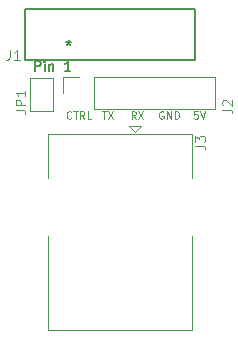
<source format=gbr>
G04 #@! TF.GenerationSoftware,KiCad,Pcbnew,(5.99.0-9812-gfee3c41c40)*
G04 #@! TF.CreationDate,2021-03-20T22:33:38-07:00*
G04 #@! TF.ProjectId,homebreakout,686f6d65-6272-4656-916b-6f75742e6b69,rev?*
G04 #@! TF.SameCoordinates,Original*
G04 #@! TF.FileFunction,Legend,Top*
G04 #@! TF.FilePolarity,Positive*
%FSLAX46Y46*%
G04 Gerber Fmt 4.6, Leading zero omitted, Abs format (unit mm)*
G04 Created by KiCad (PCBNEW (5.99.0-9812-gfee3c41c40)) date 2021-03-20 22:33:38*
%MOMM*%
%LPD*%
G01*
G04 APERTURE LIST*
%ADD10C,0.088900*%
%ADD11C,0.152400*%
%ADD12C,0.101600*%
%ADD13C,0.150000*%
%ADD14C,0.120000*%
G04 APERTURE END LIST*
D10*
X165967500Y-103792261D02*
X165755834Y-103489880D01*
X165604643Y-103792261D02*
X165604643Y-103157261D01*
X165846548Y-103157261D01*
X165907024Y-103187500D01*
X165937262Y-103217738D01*
X165967500Y-103278214D01*
X165967500Y-103368928D01*
X165937262Y-103429404D01*
X165907024Y-103459642D01*
X165846548Y-103489880D01*
X165604643Y-103489880D01*
X166179167Y-103157261D02*
X166602500Y-103792261D01*
X166602500Y-103157261D02*
X166179167Y-103792261D01*
D11*
X157431619Y-99732495D02*
X157431619Y-98919695D01*
X157741257Y-98919695D01*
X157818666Y-98958400D01*
X157857371Y-98997104D01*
X157896076Y-99074514D01*
X157896076Y-99190628D01*
X157857371Y-99268038D01*
X157818666Y-99306742D01*
X157741257Y-99345447D01*
X157431619Y-99345447D01*
X158244419Y-99732495D02*
X158244419Y-99190628D01*
X158244419Y-98919695D02*
X158205714Y-98958400D01*
X158244419Y-98997104D01*
X158283123Y-98958400D01*
X158244419Y-98919695D01*
X158244419Y-98997104D01*
X158631466Y-99190628D02*
X158631466Y-99732495D01*
X158631466Y-99268038D02*
X158670171Y-99229333D01*
X158747580Y-99190628D01*
X158863695Y-99190628D01*
X158941104Y-99229333D01*
X158979809Y-99306742D01*
X158979809Y-99732495D01*
X160411885Y-99732495D02*
X159947428Y-99732495D01*
X160179657Y-99732495D02*
X160179657Y-98919695D01*
X160102247Y-99035809D01*
X160024838Y-99113219D01*
X159947428Y-99151923D01*
D10*
X163125119Y-103157261D02*
X163487976Y-103157261D01*
X163306548Y-103792261D02*
X163306548Y-103157261D01*
X163639167Y-103157261D02*
X164062500Y-103792261D01*
X164062500Y-103157261D02*
X163639167Y-103792261D01*
X168289786Y-103187500D02*
X168229310Y-103157261D01*
X168138595Y-103157261D01*
X168047881Y-103187500D01*
X167987405Y-103247976D01*
X167957167Y-103308452D01*
X167926929Y-103429404D01*
X167926929Y-103520119D01*
X167957167Y-103641071D01*
X167987405Y-103701547D01*
X168047881Y-103762023D01*
X168138595Y-103792261D01*
X168199072Y-103792261D01*
X168289786Y-103762023D01*
X168320024Y-103731785D01*
X168320024Y-103520119D01*
X168199072Y-103520119D01*
X168592167Y-103792261D02*
X168592167Y-103157261D01*
X168955024Y-103792261D01*
X168955024Y-103157261D01*
X169257405Y-103792261D02*
X169257405Y-103157261D01*
X169408595Y-103157261D01*
X169499310Y-103187500D01*
X169559786Y-103247976D01*
X169590024Y-103308452D01*
X169620262Y-103429404D01*
X169620262Y-103520119D01*
X169590024Y-103641071D01*
X169559786Y-103701547D01*
X169499310Y-103762023D01*
X169408595Y-103792261D01*
X169257405Y-103792261D01*
X160494405Y-103731785D02*
X160464167Y-103762023D01*
X160373453Y-103792261D01*
X160312976Y-103792261D01*
X160222262Y-103762023D01*
X160161786Y-103701547D01*
X160131548Y-103641071D01*
X160101310Y-103520119D01*
X160101310Y-103429404D01*
X160131548Y-103308452D01*
X160161786Y-103247976D01*
X160222262Y-103187500D01*
X160312976Y-103157261D01*
X160373453Y-103157261D01*
X160464167Y-103187500D01*
X160494405Y-103217738D01*
X160675834Y-103157261D02*
X161038691Y-103157261D01*
X160857262Y-103792261D02*
X160857262Y-103157261D01*
X161613215Y-103792261D02*
X161401548Y-103489880D01*
X161250357Y-103792261D02*
X161250357Y-103157261D01*
X161492262Y-103157261D01*
X161552738Y-103187500D01*
X161582976Y-103217738D01*
X161613215Y-103278214D01*
X161613215Y-103368928D01*
X161582976Y-103429404D01*
X161552738Y-103459642D01*
X161492262Y-103489880D01*
X161250357Y-103489880D01*
X162187738Y-103792261D02*
X161885357Y-103792261D01*
X161885357Y-103157261D01*
X171204738Y-103157261D02*
X170902357Y-103157261D01*
X170872119Y-103459642D01*
X170902357Y-103429404D01*
X170962834Y-103399166D01*
X171114024Y-103399166D01*
X171174500Y-103429404D01*
X171204738Y-103459642D01*
X171234976Y-103520119D01*
X171234976Y-103671309D01*
X171204738Y-103731785D01*
X171174500Y-103762023D01*
X171114024Y-103792261D01*
X170962834Y-103792261D01*
X170902357Y-103762023D01*
X170872119Y-103731785D01*
X171416405Y-103157261D02*
X171628072Y-103792261D01*
X171839738Y-103157261D01*
D12*
X173290895Y-103013933D02*
X173871466Y-103013933D01*
X173987580Y-103052638D01*
X174064990Y-103130047D01*
X174103695Y-103246161D01*
X174103695Y-103323571D01*
X173368304Y-102665590D02*
X173329600Y-102626885D01*
X173290895Y-102549476D01*
X173290895Y-102355952D01*
X173329600Y-102278542D01*
X173368304Y-102239838D01*
X173445714Y-102201133D01*
X173523123Y-102201133D01*
X173639238Y-102239838D01*
X174103695Y-102704295D01*
X174103695Y-102201133D01*
X155776895Y-103039333D02*
X156357466Y-103039333D01*
X156473580Y-103078038D01*
X156550990Y-103155447D01*
X156589695Y-103271561D01*
X156589695Y-103348971D01*
X156589695Y-102652285D02*
X155776895Y-102652285D01*
X155776895Y-102342647D01*
X155815600Y-102265238D01*
X155854304Y-102226533D01*
X155931714Y-102187828D01*
X156047828Y-102187828D01*
X156125238Y-102226533D01*
X156163942Y-102265238D01*
X156202647Y-102342647D01*
X156202647Y-102652285D01*
X156589695Y-101413733D02*
X156589695Y-101878190D01*
X156589695Y-101645961D02*
X155776895Y-101645961D01*
X155893009Y-101723371D01*
X155970419Y-101800780D01*
X156009123Y-101878190D01*
X155304066Y-97979895D02*
X155304066Y-98560466D01*
X155265361Y-98676580D01*
X155187952Y-98753990D01*
X155071838Y-98792695D01*
X154994428Y-98792695D01*
X156116866Y-98792695D02*
X155652409Y-98792695D01*
X155884638Y-98792695D02*
X155884638Y-97979895D01*
X155807228Y-98096009D01*
X155729819Y-98173419D01*
X155652409Y-98212123D01*
D13*
X160274000Y-97115380D02*
X160274000Y-97353476D01*
X160035904Y-97258238D02*
X160274000Y-97353476D01*
X160512095Y-97258238D01*
X160131142Y-97543952D02*
X160274000Y-97353476D01*
X160416857Y-97543952D01*
D12*
X171004895Y-106061933D02*
X171585466Y-106061933D01*
X171701580Y-106100638D01*
X171778990Y-106178047D01*
X171817695Y-106294161D01*
X171817695Y-106371571D01*
X171004895Y-105752295D02*
X171004895Y-105249133D01*
X171314533Y-105520066D01*
X171314533Y-105403952D01*
X171353238Y-105326542D01*
X171391942Y-105287838D01*
X171469352Y-105249133D01*
X171662876Y-105249133D01*
X171740285Y-105287838D01*
X171778990Y-105326542D01*
X171817695Y-105403952D01*
X171817695Y-105636180D01*
X171778990Y-105713590D01*
X171740285Y-105752295D01*
D14*
X159833000Y-101600000D02*
X159833000Y-100270000D01*
X162433000Y-102930000D02*
X172653000Y-102930000D01*
X162433000Y-100270000D02*
X172653000Y-100270000D01*
X162433000Y-102930000D02*
X162433000Y-100270000D01*
X172653000Y-102930000D02*
X172653000Y-100270000D01*
X159833000Y-100270000D02*
X161163000Y-100270000D01*
X158988000Y-100320001D02*
X158988000Y-103120001D01*
X156988000Y-100320001D02*
X158988000Y-100320001D01*
X156988000Y-103120001D02*
X156988000Y-100320001D01*
X158988000Y-103120001D02*
X156988000Y-103120001D01*
D11*
X156547701Y-94513400D02*
X156547701Y-98780600D01*
X156547701Y-98780600D02*
X171000301Y-98780600D01*
X171000301Y-94513400D02*
X156547701Y-94513400D01*
X171000301Y-98780600D02*
X171000301Y-94513400D01*
D14*
X158502000Y-105076000D02*
X158502000Y-108826000D01*
X165862000Y-104876000D02*
X166362000Y-104376000D01*
X166362000Y-104376000D02*
X165362000Y-104376000D01*
X170722000Y-121696000D02*
X170722000Y-113726000D01*
X170722000Y-105076000D02*
X170722000Y-108826000D01*
X158502000Y-105076000D02*
X170722000Y-105076000D01*
X158502000Y-121696000D02*
X158502000Y-113726000D01*
X165362000Y-104376000D02*
X165862000Y-104876000D01*
X158502000Y-121696000D02*
X170722000Y-121696000D01*
M02*

</source>
